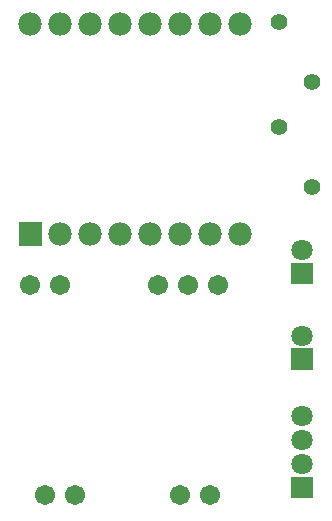
<source format=gbs>
G04 Layer: BottomSolderMaskLayer*
G04 EasyEDA v6.4.5, 2020-09-09T10:55:23+00:00*
G04 38f018f296924ca58de56823afda666e,b97ca10cbf7f413284ca0e80e24dcd20,10*
G04 Gerber Generator version 0.2*
G04 Scale: 100 percent, Rotated: No, Reflected: No *
G04 Dimensions in inches *
G04 leading zeros omitted , absolute positions ,2 integer and 4 decimal *
%FSLAX24Y24*%
%MOIN*%
G90*
G70D02*

%ADD21C,0.055700*%
%ADD22C,0.067370*%
%ADD23C,0.070992*%
%ADD26C,0.078000*%

%LPD*%
G54D21*
G01X9300Y13250D03*
G01X9300Y16750D03*
G01X10400Y11250D03*
G01X10400Y14750D03*
G54D22*
G01X7000Y1000D03*
G01X6000Y1000D03*
G01X1500Y1000D03*
G01X2500Y1000D03*
G01X1000Y8000D03*
G01X2000Y8000D03*
G01X7250Y8000D03*
G01X6250Y8000D03*
G01X5250Y8000D03*
G54D23*
G01X10059Y6305D03*
G36*
G01X9688Y5169D02*
G01X9688Y5880D01*
G01X10427Y5880D01*
G01X10427Y5169D01*
G01X9688Y5169D01*
G37*
G01X10059Y9155D03*
G36*
G01X9688Y8019D02*
G01X9688Y8730D01*
G01X10427Y8730D01*
G01X10427Y8019D01*
G01X9688Y8019D01*
G37*
G36*
G01X603Y9301D02*
G01X603Y10082D01*
G01X1382Y10082D01*
G01X1382Y9301D01*
G01X603Y9301D01*
G37*
G54D26*
G01X1993Y9691D03*
G01X2993Y9691D03*
G01X3993Y9691D03*
G01X4993Y9691D03*
G01X5993Y9691D03*
G01X6993Y9691D03*
G01X7993Y9691D03*
G01X993Y16691D03*
G01X1993Y16691D03*
G01X2993Y16691D03*
G01X3993Y16691D03*
G01X4993Y16691D03*
G01X5993Y16691D03*
G01X6993Y16691D03*
G01X7993Y16691D03*
G54D23*
G01X10059Y2825D03*
G01X10059Y2038D03*
G36*
G01X9689Y894D02*
G01X9689Y1605D01*
G01X10428Y1605D01*
G01X10428Y894D01*
G01X9689Y894D01*
G37*
G01X10059Y3613D03*
M00*
M02*

</source>
